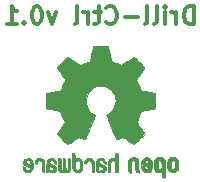
<source format=gbr>
%TF.GenerationSoftware,KiCad,Pcbnew,5.1.6*%
%TF.CreationDate,2020-07-08T21:20:25+02:00*%
%TF.ProjectId,mainboard,6d61696e-626f-4617-9264-2e6b69636164,rev?*%
%TF.SameCoordinates,Original*%
%TF.FileFunction,Legend,Bot*%
%TF.FilePolarity,Positive*%
%FSLAX46Y46*%
G04 Gerber Fmt 4.6, Leading zero omitted, Abs format (unit mm)*
G04 Created by KiCad (PCBNEW 5.1.6) date 2020-07-08 21:20:25*
%MOMM*%
%LPD*%
G01*
G04 APERTURE LIST*
%ADD10C,0.300000*%
%ADD11C,0.010000*%
G04 APERTURE END LIST*
D10*
X106792857Y-82578571D02*
X106792857Y-81078571D01*
X106435714Y-81078571D01*
X106221428Y-81150000D01*
X106078571Y-81292857D01*
X106007142Y-81435714D01*
X105935714Y-81721428D01*
X105935714Y-81935714D01*
X106007142Y-82221428D01*
X106078571Y-82364285D01*
X106221428Y-82507142D01*
X106435714Y-82578571D01*
X106792857Y-82578571D01*
X105292857Y-82578571D02*
X105292857Y-81578571D01*
X105292857Y-81864285D02*
X105221428Y-81721428D01*
X105150000Y-81650000D01*
X105007142Y-81578571D01*
X104864285Y-81578571D01*
X104364285Y-82578571D02*
X104364285Y-81578571D01*
X104364285Y-81078571D02*
X104435714Y-81150000D01*
X104364285Y-81221428D01*
X104292857Y-81150000D01*
X104364285Y-81078571D01*
X104364285Y-81221428D01*
X103435714Y-82578571D02*
X103578571Y-82507142D01*
X103650000Y-82364285D01*
X103650000Y-81078571D01*
X102650000Y-82578571D02*
X102792857Y-82507142D01*
X102864285Y-82364285D01*
X102864285Y-81078571D01*
X102078571Y-82007142D02*
X100935714Y-82007142D01*
X99364285Y-82435714D02*
X99435714Y-82507142D01*
X99650000Y-82578571D01*
X99792857Y-82578571D01*
X100007142Y-82507142D01*
X100150000Y-82364285D01*
X100221428Y-82221428D01*
X100292857Y-81935714D01*
X100292857Y-81721428D01*
X100221428Y-81435714D01*
X100150000Y-81292857D01*
X100007142Y-81150000D01*
X99792857Y-81078571D01*
X99650000Y-81078571D01*
X99435714Y-81150000D01*
X99364285Y-81221428D01*
X98935714Y-81578571D02*
X98364285Y-81578571D01*
X98721428Y-81078571D02*
X98721428Y-82364285D01*
X98650000Y-82507142D01*
X98507142Y-82578571D01*
X98364285Y-82578571D01*
X97864285Y-82578571D02*
X97864285Y-81578571D01*
X97864285Y-81864285D02*
X97792857Y-81721428D01*
X97721428Y-81650000D01*
X97578571Y-81578571D01*
X97435714Y-81578571D01*
X96721428Y-82578571D02*
X96864285Y-82507142D01*
X96935714Y-82364285D01*
X96935714Y-81078571D01*
X95150000Y-81578571D02*
X94792857Y-82578571D01*
X94435714Y-81578571D01*
X93578571Y-81078571D02*
X93435714Y-81078571D01*
X93292857Y-81150000D01*
X93221428Y-81221428D01*
X93150000Y-81364285D01*
X93078571Y-81650000D01*
X93078571Y-82007142D01*
X93150000Y-82292857D01*
X93221428Y-82435714D01*
X93292857Y-82507142D01*
X93435714Y-82578571D01*
X93578571Y-82578571D01*
X93721428Y-82507142D01*
X93792857Y-82435714D01*
X93864285Y-82292857D01*
X93935714Y-82007142D01*
X93935714Y-81650000D01*
X93864285Y-81364285D01*
X93792857Y-81221428D01*
X93721428Y-81150000D01*
X93578571Y-81078571D01*
X92435714Y-82435714D02*
X92364285Y-82507142D01*
X92435714Y-82578571D01*
X92507142Y-82507142D01*
X92435714Y-82435714D01*
X92435714Y-82578571D01*
X90935714Y-82578571D02*
X91792857Y-82578571D01*
X91364285Y-82578571D02*
X91364285Y-81078571D01*
X91507142Y-81292857D01*
X91650000Y-81435714D01*
X91792857Y-81507142D01*
D11*
%TO.C,REF\u002A\u002A*%
G36*
X98690986Y-84452998D02*
G01*
X98532994Y-84453863D01*
X98418653Y-84456205D01*
X98340593Y-84460762D01*
X98291446Y-84468270D01*
X98263841Y-84479466D01*
X98250408Y-84495088D01*
X98243779Y-84515873D01*
X98243135Y-84518563D01*
X98233065Y-84567113D01*
X98214425Y-84662905D01*
X98189155Y-84795743D01*
X98159193Y-84955431D01*
X98126478Y-85131774D01*
X98125336Y-85137967D01*
X98092567Y-85310782D01*
X98061907Y-85463469D01*
X98035336Y-85586871D01*
X98014833Y-85671831D01*
X98002374Y-85709190D01*
X98001780Y-85709852D01*
X97965081Y-85728095D01*
X97889414Y-85758497D01*
X97791122Y-85794493D01*
X97790575Y-85794685D01*
X97666767Y-85841222D01*
X97520804Y-85900504D01*
X97383219Y-85960109D01*
X97376707Y-85963056D01*
X97152610Y-86064765D01*
X96656381Y-85725897D01*
X96504154Y-85622592D01*
X96366259Y-85530237D01*
X96250685Y-85454084D01*
X96165421Y-85399385D01*
X96118456Y-85371393D01*
X96113996Y-85369317D01*
X96079866Y-85378560D01*
X96016119Y-85423156D01*
X95920269Y-85505209D01*
X95789831Y-85626821D01*
X95656672Y-85756205D01*
X95528306Y-85883702D01*
X95413419Y-86000046D01*
X95318927Y-86098052D01*
X95251747Y-86170536D01*
X95218794Y-86210313D01*
X95217568Y-86212361D01*
X95213926Y-86239656D01*
X95227650Y-86284234D01*
X95262131Y-86352112D01*
X95320761Y-86449311D01*
X95406930Y-86581851D01*
X95521800Y-86752476D01*
X95623746Y-86902655D01*
X95714877Y-87037350D01*
X95789927Y-87148740D01*
X95843631Y-87229005D01*
X95870720Y-87270325D01*
X95872426Y-87273130D01*
X95869118Y-87312721D01*
X95844047Y-87389669D01*
X95802202Y-87489432D01*
X95787288Y-87521291D01*
X95722214Y-87663226D01*
X95652788Y-87824273D01*
X95596391Y-87963621D01*
X95555753Y-88067044D01*
X95523474Y-88145642D01*
X95504822Y-88186720D01*
X95502503Y-88189885D01*
X95468197Y-88195128D01*
X95387331Y-88209494D01*
X95270657Y-88230937D01*
X95128925Y-88257413D01*
X94972890Y-88286877D01*
X94813302Y-88317283D01*
X94660915Y-88346588D01*
X94526479Y-88372745D01*
X94420748Y-88393710D01*
X94354474Y-88407439D01*
X94338218Y-88411320D01*
X94321427Y-88420900D01*
X94308751Y-88442536D01*
X94299622Y-88483531D01*
X94293469Y-88551189D01*
X94289720Y-88652812D01*
X94287808Y-88795703D01*
X94287160Y-88987165D01*
X94287126Y-89065645D01*
X94287126Y-89703906D01*
X94440402Y-89734160D01*
X94525678Y-89750564D01*
X94652930Y-89774509D01*
X94806685Y-89803107D01*
X94971466Y-89833467D01*
X95017011Y-89841806D01*
X95169068Y-89871370D01*
X95301532Y-89900442D01*
X95403286Y-89926329D01*
X95463212Y-89946337D01*
X95473195Y-89952301D01*
X95497707Y-89994534D01*
X95532852Y-90076370D01*
X95571827Y-90181683D01*
X95579558Y-90204368D01*
X95630640Y-90345018D01*
X95694046Y-90503714D01*
X95756096Y-90646225D01*
X95756402Y-90646886D01*
X95859733Y-90870440D01*
X95180039Y-91870232D01*
X95616379Y-92307300D01*
X95748351Y-92437381D01*
X95868721Y-92552048D01*
X95970727Y-92645181D01*
X96047609Y-92710658D01*
X96092607Y-92742357D01*
X96099062Y-92744368D01*
X96136960Y-92728529D01*
X96214292Y-92684496D01*
X96322611Y-92617490D01*
X96453468Y-92532734D01*
X96594948Y-92437816D01*
X96738539Y-92340998D01*
X96866565Y-92256751D01*
X96970895Y-92190258D01*
X97043400Y-92146702D01*
X97075842Y-92131264D01*
X97115424Y-92144328D01*
X97190481Y-92178750D01*
X97285532Y-92227380D01*
X97295608Y-92232785D01*
X97423609Y-92296980D01*
X97511382Y-92328463D01*
X97565972Y-92328798D01*
X97594425Y-92299548D01*
X97594590Y-92299138D01*
X97608812Y-92264498D01*
X97642731Y-92182269D01*
X97693716Y-92058814D01*
X97759138Y-91900498D01*
X97836366Y-91713686D01*
X97922771Y-91504742D01*
X98006449Y-91302446D01*
X98098412Y-91079200D01*
X98182850Y-90872392D01*
X98257231Y-90688362D01*
X98319026Y-90533451D01*
X98365703Y-90413996D01*
X98394732Y-90336339D01*
X98403678Y-90307356D01*
X98381244Y-90274110D01*
X98322561Y-90221123D01*
X98244311Y-90162704D01*
X98021466Y-89977952D01*
X97847282Y-89766182D01*
X97723846Y-89531856D01*
X97653246Y-89279434D01*
X97637569Y-89013377D01*
X97648964Y-88890575D01*
X97711050Y-88635793D01*
X97817977Y-88410801D01*
X97963111Y-88217817D01*
X98139822Y-88059061D01*
X98341478Y-87936750D01*
X98561446Y-87853105D01*
X98793094Y-87810344D01*
X99029791Y-87810687D01*
X99264905Y-87856352D01*
X99491804Y-87949559D01*
X99703856Y-88092527D01*
X99792364Y-88173383D01*
X99962111Y-88381007D01*
X100080301Y-88607895D01*
X100147722Y-88847433D01*
X100165160Y-89093007D01*
X100133402Y-89338003D01*
X100053235Y-89575808D01*
X99925445Y-89799807D01*
X99750820Y-90003387D01*
X99555688Y-90162704D01*
X99474409Y-90223602D01*
X99416991Y-90276015D01*
X99396322Y-90307406D01*
X99407144Y-90341639D01*
X99437923Y-90423419D01*
X99486126Y-90546407D01*
X99549222Y-90704263D01*
X99624678Y-90890649D01*
X99709962Y-91099226D01*
X99793781Y-91302496D01*
X99886255Y-91525933D01*
X99971911Y-91732984D01*
X100048118Y-91917286D01*
X100112247Y-92072475D01*
X100161668Y-92192188D01*
X100193752Y-92270061D01*
X100205641Y-92299138D01*
X100233726Y-92328677D01*
X100288051Y-92328591D01*
X100375605Y-92297326D01*
X100503381Y-92233329D01*
X100504392Y-92232785D01*
X100600598Y-92183121D01*
X100678369Y-92146945D01*
X100722223Y-92131408D01*
X100724158Y-92131264D01*
X100757171Y-92147024D01*
X100830054Y-92190850D01*
X100934678Y-92257557D01*
X101062910Y-92341964D01*
X101205052Y-92437816D01*
X101349767Y-92534867D01*
X101480196Y-92619270D01*
X101587890Y-92685801D01*
X101664402Y-92729238D01*
X101700938Y-92744368D01*
X101734582Y-92724482D01*
X101802224Y-92668903D01*
X101897107Y-92583754D01*
X102012470Y-92475153D01*
X102141555Y-92349221D01*
X102183771Y-92307149D01*
X102620261Y-91869931D01*
X102288023Y-91382340D01*
X102187054Y-91232605D01*
X102098438Y-91098220D01*
X102027146Y-90986969D01*
X101978150Y-90906639D01*
X101956422Y-90865014D01*
X101955785Y-90862053D01*
X101967240Y-90822818D01*
X101998051Y-90743895D01*
X102042884Y-90638509D01*
X102074353Y-90567954D01*
X102133192Y-90432876D01*
X102188604Y-90296409D01*
X102231564Y-90181103D01*
X102243234Y-90145977D01*
X102276389Y-90052174D01*
X102308799Y-89979694D01*
X102326601Y-89952301D01*
X102365886Y-89935536D01*
X102451626Y-89911770D01*
X102572697Y-89883697D01*
X102717973Y-89854009D01*
X102782988Y-89841806D01*
X102948087Y-89811468D01*
X103106448Y-89782093D01*
X103242596Y-89756569D01*
X103341057Y-89737785D01*
X103359598Y-89734160D01*
X103512873Y-89703906D01*
X103512873Y-89065645D01*
X103512529Y-88855770D01*
X103511116Y-88696980D01*
X103508064Y-88581973D01*
X103502803Y-88503446D01*
X103494763Y-88454096D01*
X103483373Y-88426619D01*
X103468063Y-88413713D01*
X103461782Y-88411320D01*
X103423896Y-88402833D01*
X103340195Y-88385900D01*
X103221433Y-88362566D01*
X103078361Y-88334875D01*
X102921732Y-88304873D01*
X102762297Y-88274604D01*
X102610809Y-88246115D01*
X102478019Y-88221449D01*
X102374681Y-88202651D01*
X102311545Y-88191767D01*
X102297497Y-88189885D01*
X102284770Y-88164704D01*
X102256600Y-88097622D01*
X102218252Y-88001333D01*
X102203609Y-87963621D01*
X102144548Y-87817921D01*
X102075000Y-87656951D01*
X102012712Y-87521291D01*
X101966879Y-87417561D01*
X101936387Y-87332326D01*
X101926208Y-87280126D01*
X101927831Y-87273130D01*
X101949343Y-87240102D01*
X101998465Y-87166643D01*
X102069923Y-87060577D01*
X102158445Y-86929726D01*
X102258759Y-86781912D01*
X102278594Y-86752734D01*
X102394988Y-86579863D01*
X102480548Y-86448226D01*
X102538684Y-86351761D01*
X102572808Y-86284408D01*
X102586331Y-86240106D01*
X102582664Y-86212794D01*
X102582570Y-86212620D01*
X102553707Y-86176746D01*
X102489867Y-86107391D01*
X102397969Y-86011745D01*
X102284933Y-85896999D01*
X102157679Y-85770341D01*
X102143328Y-85756205D01*
X101982957Y-85600903D01*
X101859195Y-85486870D01*
X101769555Y-85412002D01*
X101711552Y-85374196D01*
X101686004Y-85369317D01*
X101648718Y-85390603D01*
X101571343Y-85439773D01*
X101461867Y-85511575D01*
X101328280Y-85600755D01*
X101178570Y-85702063D01*
X101143618Y-85725897D01*
X100647390Y-86064765D01*
X100423293Y-85963056D01*
X100287011Y-85903783D01*
X100140724Y-85844170D01*
X100014965Y-85796640D01*
X100009425Y-85794685D01*
X99911057Y-85758677D01*
X99835229Y-85728229D01*
X99798282Y-85709905D01*
X99798220Y-85709852D01*
X99786496Y-85676729D01*
X99766568Y-85595267D01*
X99740413Y-85474625D01*
X99710010Y-85323959D01*
X99677337Y-85152428D01*
X99674664Y-85137967D01*
X99641890Y-84961235D01*
X99611802Y-84800810D01*
X99586339Y-84666888D01*
X99567441Y-84569663D01*
X99557047Y-84519332D01*
X99556865Y-84518563D01*
X99550539Y-84497153D01*
X99538239Y-84480988D01*
X99512594Y-84469331D01*
X99466235Y-84461445D01*
X99391792Y-84456593D01*
X99281895Y-84454039D01*
X99129175Y-84453045D01*
X98926262Y-84452874D01*
X98900000Y-84452874D01*
X98690986Y-84452998D01*
G37*
X98690986Y-84452998D02*
X98532994Y-84453863D01*
X98418653Y-84456205D01*
X98340593Y-84460762D01*
X98291446Y-84468270D01*
X98263841Y-84479466D01*
X98250408Y-84495088D01*
X98243779Y-84515873D01*
X98243135Y-84518563D01*
X98233065Y-84567113D01*
X98214425Y-84662905D01*
X98189155Y-84795743D01*
X98159193Y-84955431D01*
X98126478Y-85131774D01*
X98125336Y-85137967D01*
X98092567Y-85310782D01*
X98061907Y-85463469D01*
X98035336Y-85586871D01*
X98014833Y-85671831D01*
X98002374Y-85709190D01*
X98001780Y-85709852D01*
X97965081Y-85728095D01*
X97889414Y-85758497D01*
X97791122Y-85794493D01*
X97790575Y-85794685D01*
X97666767Y-85841222D01*
X97520804Y-85900504D01*
X97383219Y-85960109D01*
X97376707Y-85963056D01*
X97152610Y-86064765D01*
X96656381Y-85725897D01*
X96504154Y-85622592D01*
X96366259Y-85530237D01*
X96250685Y-85454084D01*
X96165421Y-85399385D01*
X96118456Y-85371393D01*
X96113996Y-85369317D01*
X96079866Y-85378560D01*
X96016119Y-85423156D01*
X95920269Y-85505209D01*
X95789831Y-85626821D01*
X95656672Y-85756205D01*
X95528306Y-85883702D01*
X95413419Y-86000046D01*
X95318927Y-86098052D01*
X95251747Y-86170536D01*
X95218794Y-86210313D01*
X95217568Y-86212361D01*
X95213926Y-86239656D01*
X95227650Y-86284234D01*
X95262131Y-86352112D01*
X95320761Y-86449311D01*
X95406930Y-86581851D01*
X95521800Y-86752476D01*
X95623746Y-86902655D01*
X95714877Y-87037350D01*
X95789927Y-87148740D01*
X95843631Y-87229005D01*
X95870720Y-87270325D01*
X95872426Y-87273130D01*
X95869118Y-87312721D01*
X95844047Y-87389669D01*
X95802202Y-87489432D01*
X95787288Y-87521291D01*
X95722214Y-87663226D01*
X95652788Y-87824273D01*
X95596391Y-87963621D01*
X95555753Y-88067044D01*
X95523474Y-88145642D01*
X95504822Y-88186720D01*
X95502503Y-88189885D01*
X95468197Y-88195128D01*
X95387331Y-88209494D01*
X95270657Y-88230937D01*
X95128925Y-88257413D01*
X94972890Y-88286877D01*
X94813302Y-88317283D01*
X94660915Y-88346588D01*
X94526479Y-88372745D01*
X94420748Y-88393710D01*
X94354474Y-88407439D01*
X94338218Y-88411320D01*
X94321427Y-88420900D01*
X94308751Y-88442536D01*
X94299622Y-88483531D01*
X94293469Y-88551189D01*
X94289720Y-88652812D01*
X94287808Y-88795703D01*
X94287160Y-88987165D01*
X94287126Y-89065645D01*
X94287126Y-89703906D01*
X94440402Y-89734160D01*
X94525678Y-89750564D01*
X94652930Y-89774509D01*
X94806685Y-89803107D01*
X94971466Y-89833467D01*
X95017011Y-89841806D01*
X95169068Y-89871370D01*
X95301532Y-89900442D01*
X95403286Y-89926329D01*
X95463212Y-89946337D01*
X95473195Y-89952301D01*
X95497707Y-89994534D01*
X95532852Y-90076370D01*
X95571827Y-90181683D01*
X95579558Y-90204368D01*
X95630640Y-90345018D01*
X95694046Y-90503714D01*
X95756096Y-90646225D01*
X95756402Y-90646886D01*
X95859733Y-90870440D01*
X95180039Y-91870232D01*
X95616379Y-92307300D01*
X95748351Y-92437381D01*
X95868721Y-92552048D01*
X95970727Y-92645181D01*
X96047609Y-92710658D01*
X96092607Y-92742357D01*
X96099062Y-92744368D01*
X96136960Y-92728529D01*
X96214292Y-92684496D01*
X96322611Y-92617490D01*
X96453468Y-92532734D01*
X96594948Y-92437816D01*
X96738539Y-92340998D01*
X96866565Y-92256751D01*
X96970895Y-92190258D01*
X97043400Y-92146702D01*
X97075842Y-92131264D01*
X97115424Y-92144328D01*
X97190481Y-92178750D01*
X97285532Y-92227380D01*
X97295608Y-92232785D01*
X97423609Y-92296980D01*
X97511382Y-92328463D01*
X97565972Y-92328798D01*
X97594425Y-92299548D01*
X97594590Y-92299138D01*
X97608812Y-92264498D01*
X97642731Y-92182269D01*
X97693716Y-92058814D01*
X97759138Y-91900498D01*
X97836366Y-91713686D01*
X97922771Y-91504742D01*
X98006449Y-91302446D01*
X98098412Y-91079200D01*
X98182850Y-90872392D01*
X98257231Y-90688362D01*
X98319026Y-90533451D01*
X98365703Y-90413996D01*
X98394732Y-90336339D01*
X98403678Y-90307356D01*
X98381244Y-90274110D01*
X98322561Y-90221123D01*
X98244311Y-90162704D01*
X98021466Y-89977952D01*
X97847282Y-89766182D01*
X97723846Y-89531856D01*
X97653246Y-89279434D01*
X97637569Y-89013377D01*
X97648964Y-88890575D01*
X97711050Y-88635793D01*
X97817977Y-88410801D01*
X97963111Y-88217817D01*
X98139822Y-88059061D01*
X98341478Y-87936750D01*
X98561446Y-87853105D01*
X98793094Y-87810344D01*
X99029791Y-87810687D01*
X99264905Y-87856352D01*
X99491804Y-87949559D01*
X99703856Y-88092527D01*
X99792364Y-88173383D01*
X99962111Y-88381007D01*
X100080301Y-88607895D01*
X100147722Y-88847433D01*
X100165160Y-89093007D01*
X100133402Y-89338003D01*
X100053235Y-89575808D01*
X99925445Y-89799807D01*
X99750820Y-90003387D01*
X99555688Y-90162704D01*
X99474409Y-90223602D01*
X99416991Y-90276015D01*
X99396322Y-90307406D01*
X99407144Y-90341639D01*
X99437923Y-90423419D01*
X99486126Y-90546407D01*
X99549222Y-90704263D01*
X99624678Y-90890649D01*
X99709962Y-91099226D01*
X99793781Y-91302496D01*
X99886255Y-91525933D01*
X99971911Y-91732984D01*
X100048118Y-91917286D01*
X100112247Y-92072475D01*
X100161668Y-92192188D01*
X100193752Y-92270061D01*
X100205641Y-92299138D01*
X100233726Y-92328677D01*
X100288051Y-92328591D01*
X100375605Y-92297326D01*
X100503381Y-92233329D01*
X100504392Y-92232785D01*
X100600598Y-92183121D01*
X100678369Y-92146945D01*
X100722223Y-92131408D01*
X100724158Y-92131264D01*
X100757171Y-92147024D01*
X100830054Y-92190850D01*
X100934678Y-92257557D01*
X101062910Y-92341964D01*
X101205052Y-92437816D01*
X101349767Y-92534867D01*
X101480196Y-92619270D01*
X101587890Y-92685801D01*
X101664402Y-92729238D01*
X101700938Y-92744368D01*
X101734582Y-92724482D01*
X101802224Y-92668903D01*
X101897107Y-92583754D01*
X102012470Y-92475153D01*
X102141555Y-92349221D01*
X102183771Y-92307149D01*
X102620261Y-91869931D01*
X102288023Y-91382340D01*
X102187054Y-91232605D01*
X102098438Y-91098220D01*
X102027146Y-90986969D01*
X101978150Y-90906639D01*
X101956422Y-90865014D01*
X101955785Y-90862053D01*
X101967240Y-90822818D01*
X101998051Y-90743895D01*
X102042884Y-90638509D01*
X102074353Y-90567954D01*
X102133192Y-90432876D01*
X102188604Y-90296409D01*
X102231564Y-90181103D01*
X102243234Y-90145977D01*
X102276389Y-90052174D01*
X102308799Y-89979694D01*
X102326601Y-89952301D01*
X102365886Y-89935536D01*
X102451626Y-89911770D01*
X102572697Y-89883697D01*
X102717973Y-89854009D01*
X102782988Y-89841806D01*
X102948087Y-89811468D01*
X103106448Y-89782093D01*
X103242596Y-89756569D01*
X103341057Y-89737785D01*
X103359598Y-89734160D01*
X103512873Y-89703906D01*
X103512873Y-89065645D01*
X103512529Y-88855770D01*
X103511116Y-88696980D01*
X103508064Y-88581973D01*
X103502803Y-88503446D01*
X103494763Y-88454096D01*
X103483373Y-88426619D01*
X103468063Y-88413713D01*
X103461782Y-88411320D01*
X103423896Y-88402833D01*
X103340195Y-88385900D01*
X103221433Y-88362566D01*
X103078361Y-88334875D01*
X102921732Y-88304873D01*
X102762297Y-88274604D01*
X102610809Y-88246115D01*
X102478019Y-88221449D01*
X102374681Y-88202651D01*
X102311545Y-88191767D01*
X102297497Y-88189885D01*
X102284770Y-88164704D01*
X102256600Y-88097622D01*
X102218252Y-88001333D01*
X102203609Y-87963621D01*
X102144548Y-87817921D01*
X102075000Y-87656951D01*
X102012712Y-87521291D01*
X101966879Y-87417561D01*
X101936387Y-87332326D01*
X101926208Y-87280126D01*
X101927831Y-87273130D01*
X101949343Y-87240102D01*
X101998465Y-87166643D01*
X102069923Y-87060577D01*
X102158445Y-86929726D01*
X102258759Y-86781912D01*
X102278594Y-86752734D01*
X102394988Y-86579863D01*
X102480548Y-86448226D01*
X102538684Y-86351761D01*
X102572808Y-86284408D01*
X102586331Y-86240106D01*
X102582664Y-86212794D01*
X102582570Y-86212620D01*
X102553707Y-86176746D01*
X102489867Y-86107391D01*
X102397969Y-86011745D01*
X102284933Y-85896999D01*
X102157679Y-85770341D01*
X102143328Y-85756205D01*
X101982957Y-85600903D01*
X101859195Y-85486870D01*
X101769555Y-85412002D01*
X101711552Y-85374196D01*
X101686004Y-85369317D01*
X101648718Y-85390603D01*
X101571343Y-85439773D01*
X101461867Y-85511575D01*
X101328280Y-85600755D01*
X101178570Y-85702063D01*
X101143618Y-85725897D01*
X100647390Y-86064765D01*
X100423293Y-85963056D01*
X100287011Y-85903783D01*
X100140724Y-85844170D01*
X100014965Y-85796640D01*
X100009425Y-85794685D01*
X99911057Y-85758677D01*
X99835229Y-85728229D01*
X99798282Y-85709905D01*
X99798220Y-85709852D01*
X99786496Y-85676729D01*
X99766568Y-85595267D01*
X99740413Y-85474625D01*
X99710010Y-85323959D01*
X99677337Y-85152428D01*
X99674664Y-85137967D01*
X99641890Y-84961235D01*
X99611802Y-84800810D01*
X99586339Y-84666888D01*
X99567441Y-84569663D01*
X99557047Y-84519332D01*
X99556865Y-84518563D01*
X99550539Y-84497153D01*
X99538239Y-84480988D01*
X99512594Y-84469331D01*
X99466235Y-84461445D01*
X99391792Y-84456593D01*
X99281895Y-84454039D01*
X99129175Y-84453045D01*
X98926262Y-84452874D01*
X98900000Y-84452874D01*
X98690986Y-84452998D01*
G36*
X92556561Y-93956540D02*
G01*
X92441050Y-94032034D01*
X92385336Y-94099617D01*
X92341196Y-94222255D01*
X92337691Y-94319298D01*
X92345632Y-94449056D01*
X92644885Y-94580039D01*
X92790389Y-94646958D01*
X92885463Y-94700790D01*
X92934899Y-94747416D01*
X92943489Y-94792720D01*
X92916028Y-94842582D01*
X92885747Y-94875632D01*
X92797637Y-94928633D01*
X92701804Y-94932347D01*
X92613788Y-94891041D01*
X92549131Y-94808983D01*
X92537567Y-94780008D01*
X92482175Y-94689509D01*
X92418447Y-94650940D01*
X92331034Y-94617946D01*
X92331034Y-94743034D01*
X92338762Y-94828156D01*
X92369034Y-94899938D01*
X92432482Y-94982356D01*
X92441912Y-94993066D01*
X92512487Y-95066391D01*
X92573153Y-95105742D01*
X92649050Y-95123845D01*
X92711970Y-95129774D01*
X92824513Y-95131251D01*
X92904630Y-95112535D01*
X92954610Y-95084747D01*
X93033162Y-95023641D01*
X93087537Y-94957554D01*
X93121948Y-94874441D01*
X93140612Y-94762254D01*
X93147744Y-94608946D01*
X93148313Y-94531136D01*
X93146378Y-94437853D01*
X92970101Y-94437853D01*
X92968056Y-94487896D01*
X92962961Y-94496092D01*
X92929334Y-94484958D01*
X92856970Y-94455493D01*
X92760253Y-94413601D01*
X92740027Y-94404597D01*
X92617797Y-94342442D01*
X92550453Y-94287815D01*
X92535652Y-94236649D01*
X92571053Y-94184876D01*
X92600289Y-94162000D01*
X92705784Y-94116250D01*
X92804524Y-94123808D01*
X92887188Y-94179651D01*
X92944452Y-94278753D01*
X92962812Y-94357414D01*
X92970101Y-94437853D01*
X93146378Y-94437853D01*
X93144541Y-94349351D01*
X93130641Y-94214853D01*
X93103106Y-94116916D01*
X93058428Y-94044811D01*
X92993099Y-93987813D01*
X92964617Y-93969393D01*
X92835237Y-93921422D01*
X92693588Y-93918403D01*
X92556561Y-93956540D01*
G37*
X92556561Y-93956540D02*
X92441050Y-94032034D01*
X92385336Y-94099617D01*
X92341196Y-94222255D01*
X92337691Y-94319298D01*
X92345632Y-94449056D01*
X92644885Y-94580039D01*
X92790389Y-94646958D01*
X92885463Y-94700790D01*
X92934899Y-94747416D01*
X92943489Y-94792720D01*
X92916028Y-94842582D01*
X92885747Y-94875632D01*
X92797637Y-94928633D01*
X92701804Y-94932347D01*
X92613788Y-94891041D01*
X92549131Y-94808983D01*
X92537567Y-94780008D01*
X92482175Y-94689509D01*
X92418447Y-94650940D01*
X92331034Y-94617946D01*
X92331034Y-94743034D01*
X92338762Y-94828156D01*
X92369034Y-94899938D01*
X92432482Y-94982356D01*
X92441912Y-94993066D01*
X92512487Y-95066391D01*
X92573153Y-95105742D01*
X92649050Y-95123845D01*
X92711970Y-95129774D01*
X92824513Y-95131251D01*
X92904630Y-95112535D01*
X92954610Y-95084747D01*
X93033162Y-95023641D01*
X93087537Y-94957554D01*
X93121948Y-94874441D01*
X93140612Y-94762254D01*
X93147744Y-94608946D01*
X93148313Y-94531136D01*
X93146378Y-94437853D01*
X92970101Y-94437853D01*
X92968056Y-94487896D01*
X92962961Y-94496092D01*
X92929334Y-94484958D01*
X92856970Y-94455493D01*
X92760253Y-94413601D01*
X92740027Y-94404597D01*
X92617797Y-94342442D01*
X92550453Y-94287815D01*
X92535652Y-94236649D01*
X92571053Y-94184876D01*
X92600289Y-94162000D01*
X92705784Y-94116250D01*
X92804524Y-94123808D01*
X92887188Y-94179651D01*
X92944452Y-94278753D01*
X92962812Y-94357414D01*
X92970101Y-94437853D01*
X93146378Y-94437853D01*
X93144541Y-94349351D01*
X93130641Y-94214853D01*
X93103106Y-94116916D01*
X93058428Y-94044811D01*
X92993099Y-93987813D01*
X92964617Y-93969393D01*
X92835237Y-93921422D01*
X92693588Y-93918403D01*
X92556561Y-93956540D01*
G36*
X93564310Y-93940018D02*
G01*
X93529415Y-93955269D01*
X93446123Y-94021235D01*
X93374897Y-94116618D01*
X93330847Y-94218406D01*
X93323678Y-94268587D01*
X93347715Y-94338647D01*
X93400439Y-94375717D01*
X93456969Y-94398164D01*
X93482854Y-94402300D01*
X93495458Y-94372283D01*
X93520346Y-94306961D01*
X93531265Y-94277445D01*
X93592492Y-94175348D01*
X93681139Y-94124423D01*
X93794807Y-94125989D01*
X93803226Y-94127994D01*
X93863912Y-94156767D01*
X93908526Y-94212859D01*
X93938998Y-94303163D01*
X93957256Y-94434571D01*
X93965229Y-94613974D01*
X93965977Y-94709433D01*
X93966348Y-94859913D01*
X93968777Y-94962495D01*
X93975240Y-95027672D01*
X93987712Y-95065938D01*
X94008167Y-95087785D01*
X94038581Y-95103707D01*
X94040339Y-95104509D01*
X94098909Y-95129272D01*
X94127925Y-95138391D01*
X94132384Y-95110822D01*
X94136201Y-95034620D01*
X94139101Y-94919541D01*
X94140809Y-94775341D01*
X94141149Y-94669814D01*
X94139412Y-94465613D01*
X94132618Y-94310697D01*
X94118393Y-94196024D01*
X94094362Y-94112551D01*
X94058152Y-94051236D01*
X94007388Y-94003034D01*
X93957261Y-93969393D01*
X93836725Y-93924619D01*
X93696443Y-93914521D01*
X93564310Y-93940018D01*
G37*
X93564310Y-93940018D02*
X93529415Y-93955269D01*
X93446123Y-94021235D01*
X93374897Y-94116618D01*
X93330847Y-94218406D01*
X93323678Y-94268587D01*
X93347715Y-94338647D01*
X93400439Y-94375717D01*
X93456969Y-94398164D01*
X93482854Y-94402300D01*
X93495458Y-94372283D01*
X93520346Y-94306961D01*
X93531265Y-94277445D01*
X93592492Y-94175348D01*
X93681139Y-94124423D01*
X93794807Y-94125989D01*
X93803226Y-94127994D01*
X93863912Y-94156767D01*
X93908526Y-94212859D01*
X93938998Y-94303163D01*
X93957256Y-94434571D01*
X93965229Y-94613974D01*
X93965977Y-94709433D01*
X93966348Y-94859913D01*
X93968777Y-94962495D01*
X93975240Y-95027672D01*
X93987712Y-95065938D01*
X94008167Y-95087785D01*
X94038581Y-95103707D01*
X94040339Y-95104509D01*
X94098909Y-95129272D01*
X94127925Y-95138391D01*
X94132384Y-95110822D01*
X94136201Y-95034620D01*
X94139101Y-94919541D01*
X94140809Y-94775341D01*
X94141149Y-94669814D01*
X94139412Y-94465613D01*
X94132618Y-94310697D01*
X94118393Y-94196024D01*
X94094362Y-94112551D01*
X94058152Y-94051236D01*
X94007388Y-94003034D01*
X93957261Y-93969393D01*
X93836725Y-93924619D01*
X93696443Y-93914521D01*
X93564310Y-93940018D01*
G36*
X94585594Y-93935156D02*
G01*
X94501531Y-93973393D01*
X94435550Y-94019726D01*
X94387206Y-94071532D01*
X94353828Y-94138363D01*
X94332747Y-94229769D01*
X94321293Y-94355301D01*
X94316797Y-94524508D01*
X94316322Y-94635933D01*
X94316322Y-95070627D01*
X94390684Y-95104509D01*
X94449254Y-95129272D01*
X94478270Y-95138391D01*
X94483821Y-95111257D01*
X94488225Y-95038094D01*
X94490922Y-94931263D01*
X94491494Y-94846437D01*
X94493954Y-94723887D01*
X94500588Y-94626668D01*
X94510274Y-94567134D01*
X94517968Y-94554483D01*
X94569689Y-94567402D01*
X94650883Y-94600539D01*
X94744898Y-94645461D01*
X94835083Y-94693735D01*
X94904785Y-94736928D01*
X94937352Y-94766608D01*
X94937481Y-94766929D01*
X94934680Y-94821857D01*
X94909561Y-94874292D01*
X94865459Y-94916881D01*
X94801091Y-94931126D01*
X94746079Y-94929466D01*
X94668165Y-94928245D01*
X94627268Y-94946498D01*
X94602705Y-94994726D01*
X94599608Y-95003820D01*
X94588960Y-95072598D01*
X94617435Y-95114360D01*
X94691656Y-95134263D01*
X94771832Y-95137944D01*
X94916110Y-95110658D01*
X94990797Y-95071690D01*
X95083037Y-94980148D01*
X95131957Y-94867782D01*
X95136346Y-94749051D01*
X95094999Y-94638411D01*
X95032803Y-94569080D01*
X94970706Y-94530265D01*
X94873105Y-94481125D01*
X94759368Y-94431292D01*
X94740410Y-94423677D01*
X94615479Y-94368545D01*
X94543461Y-94319954D01*
X94520300Y-94271647D01*
X94541936Y-94217370D01*
X94579080Y-94174943D01*
X94666873Y-94122702D01*
X94763470Y-94118784D01*
X94852056Y-94159041D01*
X94915814Y-94239326D01*
X94924183Y-94260040D01*
X94972904Y-94336225D01*
X95044035Y-94392785D01*
X95133793Y-94439201D01*
X95133793Y-94307584D01*
X95128510Y-94227168D01*
X95105858Y-94163786D01*
X95055633Y-94096163D01*
X95007418Y-94044076D01*
X94932446Y-93970322D01*
X94874194Y-93930702D01*
X94811628Y-93914810D01*
X94740807Y-93912184D01*
X94585594Y-93935156D01*
G37*
X94585594Y-93935156D02*
X94501531Y-93973393D01*
X94435550Y-94019726D01*
X94387206Y-94071532D01*
X94353828Y-94138363D01*
X94332747Y-94229769D01*
X94321293Y-94355301D01*
X94316797Y-94524508D01*
X94316322Y-94635933D01*
X94316322Y-95070627D01*
X94390684Y-95104509D01*
X94449254Y-95129272D01*
X94478270Y-95138391D01*
X94483821Y-95111257D01*
X94488225Y-95038094D01*
X94490922Y-94931263D01*
X94491494Y-94846437D01*
X94493954Y-94723887D01*
X94500588Y-94626668D01*
X94510274Y-94567134D01*
X94517968Y-94554483D01*
X94569689Y-94567402D01*
X94650883Y-94600539D01*
X94744898Y-94645461D01*
X94835083Y-94693735D01*
X94904785Y-94736928D01*
X94937352Y-94766608D01*
X94937481Y-94766929D01*
X94934680Y-94821857D01*
X94909561Y-94874292D01*
X94865459Y-94916881D01*
X94801091Y-94931126D01*
X94746079Y-94929466D01*
X94668165Y-94928245D01*
X94627268Y-94946498D01*
X94602705Y-94994726D01*
X94599608Y-95003820D01*
X94588960Y-95072598D01*
X94617435Y-95114360D01*
X94691656Y-95134263D01*
X94771832Y-95137944D01*
X94916110Y-95110658D01*
X94990797Y-95071690D01*
X95083037Y-94980148D01*
X95131957Y-94867782D01*
X95136346Y-94749051D01*
X95094999Y-94638411D01*
X95032803Y-94569080D01*
X94970706Y-94530265D01*
X94873105Y-94481125D01*
X94759368Y-94431292D01*
X94740410Y-94423677D01*
X94615479Y-94368545D01*
X94543461Y-94319954D01*
X94520300Y-94271647D01*
X94541936Y-94217370D01*
X94579080Y-94174943D01*
X94666873Y-94122702D01*
X94763470Y-94118784D01*
X94852056Y-94159041D01*
X94915814Y-94239326D01*
X94924183Y-94260040D01*
X94972904Y-94336225D01*
X95044035Y-94392785D01*
X95133793Y-94439201D01*
X95133793Y-94307584D01*
X95128510Y-94227168D01*
X95105858Y-94163786D01*
X95055633Y-94096163D01*
X95007418Y-94044076D01*
X94932446Y-93970322D01*
X94874194Y-93930702D01*
X94811628Y-93914810D01*
X94740807Y-93912184D01*
X94585594Y-93935156D01*
G36*
X95319876Y-93939840D02*
G01*
X95315421Y-94016653D01*
X95311929Y-94133391D01*
X95309685Y-94280821D01*
X95308965Y-94435455D01*
X95308965Y-94958727D01*
X95401355Y-95051117D01*
X95465022Y-95108047D01*
X95520911Y-95131107D01*
X95597298Y-95129647D01*
X95627620Y-95125934D01*
X95722390Y-95115126D01*
X95800778Y-95108933D01*
X95819885Y-95108361D01*
X95884301Y-95112102D01*
X95976429Y-95121494D01*
X96012150Y-95125934D01*
X96099886Y-95132801D01*
X96158847Y-95117885D01*
X96217310Y-95071835D01*
X96238415Y-95051117D01*
X96330805Y-94958727D01*
X96330805Y-93979947D01*
X96256442Y-93946066D01*
X96192410Y-93920970D01*
X96154948Y-93912184D01*
X96145343Y-93939950D01*
X96136365Y-94017530D01*
X96128614Y-94136348D01*
X96122686Y-94287828D01*
X96119827Y-94415805D01*
X96111839Y-94919425D01*
X96042152Y-94929278D01*
X95978771Y-94922389D01*
X95947714Y-94900083D01*
X95939033Y-94858379D01*
X95931622Y-94769544D01*
X95926069Y-94644834D01*
X95922964Y-94495507D01*
X95922516Y-94418661D01*
X95922069Y-93976287D01*
X95830126Y-93944235D01*
X95765051Y-93922443D01*
X95729653Y-93912281D01*
X95728632Y-93912184D01*
X95725080Y-93939809D01*
X95721177Y-94016411D01*
X95717249Y-94132579D01*
X95713624Y-94278904D01*
X95711092Y-94415805D01*
X95703103Y-94919425D01*
X95527931Y-94919425D01*
X95519893Y-94459965D01*
X95511854Y-94000505D01*
X95426457Y-93956344D01*
X95363407Y-93926019D01*
X95326090Y-93912258D01*
X95325013Y-93912184D01*
X95319876Y-93939840D01*
G37*
X95319876Y-93939840D02*
X95315421Y-94016653D01*
X95311929Y-94133391D01*
X95309685Y-94280821D01*
X95308965Y-94435455D01*
X95308965Y-94958727D01*
X95401355Y-95051117D01*
X95465022Y-95108047D01*
X95520911Y-95131107D01*
X95597298Y-95129647D01*
X95627620Y-95125934D01*
X95722390Y-95115126D01*
X95800778Y-95108933D01*
X95819885Y-95108361D01*
X95884301Y-95112102D01*
X95976429Y-95121494D01*
X96012150Y-95125934D01*
X96099886Y-95132801D01*
X96158847Y-95117885D01*
X96217310Y-95071835D01*
X96238415Y-95051117D01*
X96330805Y-94958727D01*
X96330805Y-93979947D01*
X96256442Y-93946066D01*
X96192410Y-93920970D01*
X96154948Y-93912184D01*
X96145343Y-93939950D01*
X96136365Y-94017530D01*
X96128614Y-94136348D01*
X96122686Y-94287828D01*
X96119827Y-94415805D01*
X96111839Y-94919425D01*
X96042152Y-94929278D01*
X95978771Y-94922389D01*
X95947714Y-94900083D01*
X95939033Y-94858379D01*
X95931622Y-94769544D01*
X95926069Y-94644834D01*
X95922964Y-94495507D01*
X95922516Y-94418661D01*
X95922069Y-93976287D01*
X95830126Y-93944235D01*
X95765051Y-93922443D01*
X95729653Y-93912281D01*
X95728632Y-93912184D01*
X95725080Y-93939809D01*
X95721177Y-94016411D01*
X95717249Y-94132579D01*
X95713624Y-94278904D01*
X95711092Y-94415805D01*
X95703103Y-94919425D01*
X95527931Y-94919425D01*
X95519893Y-94459965D01*
X95511854Y-94000505D01*
X95426457Y-93956344D01*
X95363407Y-93926019D01*
X95326090Y-93912258D01*
X95325013Y-93912184D01*
X95319876Y-93939840D01*
G36*
X96506086Y-94154455D02*
G01*
X96506457Y-94372661D01*
X96507892Y-94540519D01*
X96510998Y-94666070D01*
X96516378Y-94757355D01*
X96524638Y-94822415D01*
X96536384Y-94869291D01*
X96552219Y-94906024D01*
X96564210Y-94926991D01*
X96663510Y-95040694D01*
X96789412Y-95111965D01*
X96928709Y-95137538D01*
X97068195Y-95114150D01*
X97151257Y-95072119D01*
X97238455Y-94999411D01*
X97297883Y-94910612D01*
X97333739Y-94794320D01*
X97350219Y-94639135D01*
X97352553Y-94525287D01*
X97352239Y-94517106D01*
X97148276Y-94517106D01*
X97147030Y-94647657D01*
X97141322Y-94734080D01*
X97128196Y-94790618D01*
X97104694Y-94831514D01*
X97076614Y-94862362D01*
X96982312Y-94921905D01*
X96881060Y-94926992D01*
X96785364Y-94877279D01*
X96777916Y-94870543D01*
X96746126Y-94835502D01*
X96726192Y-94793811D01*
X96715400Y-94731762D01*
X96711035Y-94635644D01*
X96710345Y-94529379D01*
X96711841Y-94395880D01*
X96718036Y-94306822D01*
X96731486Y-94248293D01*
X96754749Y-94206382D01*
X96773825Y-94184123D01*
X96862437Y-94127985D01*
X96964492Y-94121235D01*
X97061905Y-94164114D01*
X97080704Y-94180032D01*
X97112707Y-94215382D01*
X97132682Y-94257502D01*
X97143407Y-94320251D01*
X97147661Y-94417487D01*
X97148276Y-94517106D01*
X97352239Y-94517106D01*
X97345496Y-94341947D01*
X97321528Y-94204195D01*
X97276452Y-94100632D01*
X97206072Y-94019856D01*
X97151257Y-93978455D01*
X97051624Y-93933728D01*
X96936145Y-93912967D01*
X96828801Y-93918525D01*
X96768736Y-93940943D01*
X96745165Y-93947323D01*
X96729523Y-93923535D01*
X96718605Y-93859788D01*
X96710345Y-93762687D01*
X96701301Y-93654541D01*
X96688739Y-93589475D01*
X96665881Y-93552268D01*
X96625949Y-93527699D01*
X96600862Y-93516819D01*
X96505977Y-93477072D01*
X96506086Y-94154455D01*
G37*
X96506086Y-94154455D02*
X96506457Y-94372661D01*
X96507892Y-94540519D01*
X96510998Y-94666070D01*
X96516378Y-94757355D01*
X96524638Y-94822415D01*
X96536384Y-94869291D01*
X96552219Y-94906024D01*
X96564210Y-94926991D01*
X96663510Y-95040694D01*
X96789412Y-95111965D01*
X96928709Y-95137538D01*
X97068195Y-95114150D01*
X97151257Y-95072119D01*
X97238455Y-94999411D01*
X97297883Y-94910612D01*
X97333739Y-94794320D01*
X97350219Y-94639135D01*
X97352553Y-94525287D01*
X97352239Y-94517106D01*
X97148276Y-94517106D01*
X97147030Y-94647657D01*
X97141322Y-94734080D01*
X97128196Y-94790618D01*
X97104694Y-94831514D01*
X97076614Y-94862362D01*
X96982312Y-94921905D01*
X96881060Y-94926992D01*
X96785364Y-94877279D01*
X96777916Y-94870543D01*
X96746126Y-94835502D01*
X96726192Y-94793811D01*
X96715400Y-94731762D01*
X96711035Y-94635644D01*
X96710345Y-94529379D01*
X96711841Y-94395880D01*
X96718036Y-94306822D01*
X96731486Y-94248293D01*
X96754749Y-94206382D01*
X96773825Y-94184123D01*
X96862437Y-94127985D01*
X96964492Y-94121235D01*
X97061905Y-94164114D01*
X97080704Y-94180032D01*
X97112707Y-94215382D01*
X97132682Y-94257502D01*
X97143407Y-94320251D01*
X97147661Y-94417487D01*
X97148276Y-94517106D01*
X97352239Y-94517106D01*
X97345496Y-94341947D01*
X97321528Y-94204195D01*
X97276452Y-94100632D01*
X97206072Y-94019856D01*
X97151257Y-93978455D01*
X97051624Y-93933728D01*
X96936145Y-93912967D01*
X96828801Y-93918525D01*
X96768736Y-93940943D01*
X96745165Y-93947323D01*
X96729523Y-93923535D01*
X96718605Y-93859788D01*
X96710345Y-93762687D01*
X96701301Y-93654541D01*
X96688739Y-93589475D01*
X96665881Y-93552268D01*
X96625949Y-93527699D01*
X96600862Y-93516819D01*
X96505977Y-93477072D01*
X96506086Y-94154455D01*
G36*
X97834057Y-93921920D02*
G01*
X97701435Y-93970859D01*
X97593990Y-94057419D01*
X97551968Y-94118352D01*
X97506157Y-94230161D01*
X97507109Y-94311006D01*
X97555192Y-94365378D01*
X97572983Y-94374624D01*
X97649796Y-94403450D01*
X97689024Y-94396065D01*
X97702311Y-94347658D01*
X97702988Y-94320920D01*
X97727314Y-94222548D01*
X97790719Y-94153734D01*
X97878846Y-94120498D01*
X97977337Y-94128861D01*
X98057398Y-94172296D01*
X98084439Y-94197072D01*
X98103606Y-94227129D01*
X98116554Y-94272565D01*
X98124936Y-94343476D01*
X98130407Y-94449960D01*
X98134622Y-94602112D01*
X98135713Y-94650287D01*
X98139693Y-94815095D01*
X98144219Y-94931088D01*
X98151005Y-95007833D01*
X98161769Y-95054893D01*
X98178227Y-95081835D01*
X98202094Y-95098223D01*
X98217374Y-95105463D01*
X98282267Y-95130220D01*
X98320466Y-95138391D01*
X98333088Y-95111103D01*
X98340792Y-95028603D01*
X98343620Y-94889941D01*
X98341614Y-94694162D01*
X98340989Y-94663965D01*
X98336579Y-94485349D01*
X98331365Y-94354923D01*
X98323945Y-94262492D01*
X98312918Y-94197858D01*
X98296883Y-94150825D01*
X98274439Y-94111196D01*
X98262698Y-94094215D01*
X98195381Y-94019080D01*
X98120090Y-93960638D01*
X98110872Y-93955536D01*
X97975867Y-93915260D01*
X97834057Y-93921920D01*
G37*
X97834057Y-93921920D02*
X97701435Y-93970859D01*
X97593990Y-94057419D01*
X97551968Y-94118352D01*
X97506157Y-94230161D01*
X97507109Y-94311006D01*
X97555192Y-94365378D01*
X97572983Y-94374624D01*
X97649796Y-94403450D01*
X97689024Y-94396065D01*
X97702311Y-94347658D01*
X97702988Y-94320920D01*
X97727314Y-94222548D01*
X97790719Y-94153734D01*
X97878846Y-94120498D01*
X97977337Y-94128861D01*
X98057398Y-94172296D01*
X98084439Y-94197072D01*
X98103606Y-94227129D01*
X98116554Y-94272565D01*
X98124936Y-94343476D01*
X98130407Y-94449960D01*
X98134622Y-94602112D01*
X98135713Y-94650287D01*
X98139693Y-94815095D01*
X98144219Y-94931088D01*
X98151005Y-95007833D01*
X98161769Y-95054893D01*
X98178227Y-95081835D01*
X98202094Y-95098223D01*
X98217374Y-95105463D01*
X98282267Y-95130220D01*
X98320466Y-95138391D01*
X98333088Y-95111103D01*
X98340792Y-95028603D01*
X98343620Y-94889941D01*
X98341614Y-94694162D01*
X98340989Y-94663965D01*
X98336579Y-94485349D01*
X98331365Y-94354923D01*
X98323945Y-94262492D01*
X98312918Y-94197858D01*
X98296883Y-94150825D01*
X98274439Y-94111196D01*
X98262698Y-94094215D01*
X98195381Y-94019080D01*
X98120090Y-93960638D01*
X98110872Y-93955536D01*
X97975867Y-93915260D01*
X97834057Y-93921920D01*
G36*
X98820056Y-93924360D02*
G01*
X98705657Y-93966842D01*
X98704348Y-93967658D01*
X98633597Y-94019730D01*
X98581364Y-94080584D01*
X98544629Y-94159887D01*
X98520366Y-94267309D01*
X98505555Y-94412517D01*
X98497171Y-94605179D01*
X98496436Y-94632628D01*
X98485880Y-95046521D01*
X98574709Y-95092456D01*
X98638982Y-95123498D01*
X98677790Y-95138206D01*
X98679585Y-95138391D01*
X98686300Y-95111250D01*
X98691635Y-95038041D01*
X98694917Y-94931081D01*
X98695632Y-94844469D01*
X98695649Y-94704162D01*
X98702063Y-94616051D01*
X98724420Y-94574025D01*
X98772268Y-94571975D01*
X98855151Y-94603790D01*
X98980287Y-94662272D01*
X99072303Y-94710845D01*
X99119629Y-94752986D01*
X99133542Y-94798916D01*
X99133563Y-94801189D01*
X99110605Y-94880311D01*
X99042630Y-94923055D01*
X98938602Y-94929246D01*
X98863670Y-94928172D01*
X98824161Y-94949753D01*
X98799522Y-95001591D01*
X98785341Y-95067632D01*
X98805777Y-95105104D01*
X98813472Y-95110467D01*
X98885917Y-95132006D01*
X98987367Y-95135055D01*
X99091843Y-95120778D01*
X99165875Y-95094688D01*
X99268228Y-95007785D01*
X99326409Y-94886816D01*
X99337931Y-94792308D01*
X99329138Y-94707062D01*
X99297320Y-94637476D01*
X99234316Y-94575672D01*
X99131969Y-94513772D01*
X98982118Y-94443897D01*
X98972988Y-94439948D01*
X98838003Y-94377588D01*
X98754706Y-94326446D01*
X98719003Y-94280488D01*
X98726797Y-94233683D01*
X98773993Y-94179998D01*
X98788106Y-94167644D01*
X98882641Y-94119741D01*
X98980594Y-94121758D01*
X99065903Y-94168724D01*
X99122504Y-94255669D01*
X99127763Y-94272734D01*
X99178977Y-94355504D01*
X99243963Y-94395372D01*
X99337931Y-94434882D01*
X99337931Y-94332658D01*
X99309347Y-94184072D01*
X99224505Y-94047784D01*
X99180355Y-94002191D01*
X99079995Y-93943674D01*
X98952365Y-93917184D01*
X98820056Y-93924360D01*
G37*
X98820056Y-93924360D02*
X98705657Y-93966842D01*
X98704348Y-93967658D01*
X98633597Y-94019730D01*
X98581364Y-94080584D01*
X98544629Y-94159887D01*
X98520366Y-94267309D01*
X98505555Y-94412517D01*
X98497171Y-94605179D01*
X98496436Y-94632628D01*
X98485880Y-95046521D01*
X98574709Y-95092456D01*
X98638982Y-95123498D01*
X98677790Y-95138206D01*
X98679585Y-95138391D01*
X98686300Y-95111250D01*
X98691635Y-95038041D01*
X98694917Y-94931081D01*
X98695632Y-94844469D01*
X98695649Y-94704162D01*
X98702063Y-94616051D01*
X98724420Y-94574025D01*
X98772268Y-94571975D01*
X98855151Y-94603790D01*
X98980287Y-94662272D01*
X99072303Y-94710845D01*
X99119629Y-94752986D01*
X99133542Y-94798916D01*
X99133563Y-94801189D01*
X99110605Y-94880311D01*
X99042630Y-94923055D01*
X98938602Y-94929246D01*
X98863670Y-94928172D01*
X98824161Y-94949753D01*
X98799522Y-95001591D01*
X98785341Y-95067632D01*
X98805777Y-95105104D01*
X98813472Y-95110467D01*
X98885917Y-95132006D01*
X98987367Y-95135055D01*
X99091843Y-95120778D01*
X99165875Y-95094688D01*
X99268228Y-95007785D01*
X99326409Y-94886816D01*
X99337931Y-94792308D01*
X99329138Y-94707062D01*
X99297320Y-94637476D01*
X99234316Y-94575672D01*
X99131969Y-94513772D01*
X98982118Y-94443897D01*
X98972988Y-94439948D01*
X98838003Y-94377588D01*
X98754706Y-94326446D01*
X98719003Y-94280488D01*
X98726797Y-94233683D01*
X98773993Y-94179998D01*
X98788106Y-94167644D01*
X98882641Y-94119741D01*
X98980594Y-94121758D01*
X99065903Y-94168724D01*
X99122504Y-94255669D01*
X99127763Y-94272734D01*
X99178977Y-94355504D01*
X99243963Y-94395372D01*
X99337931Y-94434882D01*
X99337931Y-94332658D01*
X99309347Y-94184072D01*
X99224505Y-94047784D01*
X99180355Y-94002191D01*
X99079995Y-93943674D01*
X98952365Y-93917184D01*
X98820056Y-93924360D01*
G36*
X100155402Y-93723857D02*
G01*
X100146846Y-93843188D01*
X100137019Y-93913506D01*
X100123401Y-93944179D01*
X100103473Y-93944571D01*
X100097011Y-93940910D01*
X100011060Y-93914398D01*
X99899255Y-93915946D01*
X99785586Y-93943199D01*
X99714490Y-93978455D01*
X99641595Y-94034778D01*
X99588307Y-94098519D01*
X99551725Y-94179510D01*
X99528950Y-94287586D01*
X99517081Y-94432580D01*
X99513218Y-94624326D01*
X99513149Y-94661109D01*
X99513103Y-95074288D01*
X99605046Y-95106339D01*
X99670348Y-95128144D01*
X99706176Y-95138297D01*
X99707230Y-95138391D01*
X99710758Y-95110860D01*
X99713761Y-95034923D01*
X99716010Y-94920565D01*
X99717276Y-94777769D01*
X99717471Y-94690951D01*
X99717877Y-94519773D01*
X99719968Y-94397088D01*
X99725053Y-94313000D01*
X99734440Y-94257614D01*
X99749439Y-94221032D01*
X99771358Y-94193359D01*
X99785043Y-94180032D01*
X99879051Y-94126328D01*
X99981636Y-94122307D01*
X100074710Y-94167725D01*
X100091922Y-94184123D01*
X100117168Y-94214957D01*
X100134680Y-94251531D01*
X100145858Y-94304415D01*
X100152104Y-94384177D01*
X100154818Y-94501385D01*
X100155402Y-94662991D01*
X100155402Y-95074288D01*
X100247345Y-95106339D01*
X100312647Y-95128144D01*
X100348475Y-95138297D01*
X100349529Y-95138391D01*
X100352225Y-95110448D01*
X100354655Y-95031630D01*
X100356722Y-94909453D01*
X100358329Y-94751432D01*
X100359377Y-94565083D01*
X100359769Y-94357920D01*
X100359770Y-94348706D01*
X100359770Y-93559020D01*
X100264885Y-93518997D01*
X100170000Y-93478973D01*
X100155402Y-93723857D01*
G37*
X100155402Y-93723857D02*
X100146846Y-93843188D01*
X100137019Y-93913506D01*
X100123401Y-93944179D01*
X100103473Y-93944571D01*
X100097011Y-93940910D01*
X100011060Y-93914398D01*
X99899255Y-93915946D01*
X99785586Y-93943199D01*
X99714490Y-93978455D01*
X99641595Y-94034778D01*
X99588307Y-94098519D01*
X99551725Y-94179510D01*
X99528950Y-94287586D01*
X99517081Y-94432580D01*
X99513218Y-94624326D01*
X99513149Y-94661109D01*
X99513103Y-95074288D01*
X99605046Y-95106339D01*
X99670348Y-95128144D01*
X99706176Y-95138297D01*
X99707230Y-95138391D01*
X99710758Y-95110860D01*
X99713761Y-95034923D01*
X99716010Y-94920565D01*
X99717276Y-94777769D01*
X99717471Y-94690951D01*
X99717877Y-94519773D01*
X99719968Y-94397088D01*
X99725053Y-94313000D01*
X99734440Y-94257614D01*
X99749439Y-94221032D01*
X99771358Y-94193359D01*
X99785043Y-94180032D01*
X99879051Y-94126328D01*
X99981636Y-94122307D01*
X100074710Y-94167725D01*
X100091922Y-94184123D01*
X100117168Y-94214957D01*
X100134680Y-94251531D01*
X100145858Y-94304415D01*
X100152104Y-94384177D01*
X100154818Y-94501385D01*
X100155402Y-94662991D01*
X100155402Y-95074288D01*
X100247345Y-95106339D01*
X100312647Y-95128144D01*
X100348475Y-95138297D01*
X100349529Y-95138391D01*
X100352225Y-95110448D01*
X100354655Y-95031630D01*
X100356722Y-94909453D01*
X100358329Y-94751432D01*
X100359377Y-94565083D01*
X100359769Y-94357920D01*
X100359770Y-94348706D01*
X100359770Y-93559020D01*
X100264885Y-93518997D01*
X100170000Y-93478973D01*
X100155402Y-93723857D01*
G36*
X102584448Y-93884676D02*
G01*
X102469342Y-93962111D01*
X102380389Y-94073949D01*
X102327251Y-94216265D01*
X102316503Y-94321015D01*
X102317724Y-94364726D01*
X102327944Y-94398194D01*
X102356039Y-94428179D01*
X102410884Y-94461440D01*
X102501355Y-94504738D01*
X102636328Y-94564833D01*
X102637011Y-94565134D01*
X102761249Y-94622037D01*
X102863127Y-94672565D01*
X102932233Y-94711280D01*
X102958154Y-94732740D01*
X102958161Y-94732913D01*
X102935315Y-94779644D01*
X102881891Y-94831154D01*
X102820558Y-94868261D01*
X102789485Y-94875632D01*
X102704711Y-94850138D01*
X102631707Y-94786291D01*
X102596087Y-94716094D01*
X102561820Y-94664343D01*
X102494697Y-94605409D01*
X102415792Y-94554496D01*
X102346179Y-94526809D01*
X102331623Y-94525287D01*
X102315237Y-94550321D01*
X102314250Y-94614311D01*
X102326292Y-94700593D01*
X102348993Y-94792501D01*
X102379986Y-94873369D01*
X102381552Y-94876509D01*
X102474819Y-95006734D01*
X102595696Y-95095311D01*
X102732973Y-95138786D01*
X102875440Y-95133706D01*
X103011888Y-95076616D01*
X103017955Y-95072602D01*
X103125290Y-94975326D01*
X103195868Y-94848409D01*
X103234926Y-94681526D01*
X103240168Y-94634639D01*
X103249452Y-94413329D01*
X103238322Y-94310124D01*
X102958161Y-94310124D01*
X102954521Y-94374503D01*
X102934611Y-94393291D01*
X102884974Y-94379235D01*
X102806733Y-94346009D01*
X102719274Y-94304359D01*
X102717101Y-94303256D01*
X102642970Y-94264265D01*
X102613219Y-94238244D01*
X102620555Y-94210965D01*
X102651447Y-94175121D01*
X102730040Y-94123251D01*
X102814677Y-94119439D01*
X102890597Y-94157189D01*
X102943035Y-94230001D01*
X102958161Y-94310124D01*
X103238322Y-94310124D01*
X103230356Y-94236261D01*
X103181366Y-94095829D01*
X103113164Y-93997447D01*
X102990065Y-93898030D01*
X102854472Y-93848711D01*
X102716045Y-93845568D01*
X102584448Y-93884676D01*
G37*
X102584448Y-93884676D02*
X102469342Y-93962111D01*
X102380389Y-94073949D01*
X102327251Y-94216265D01*
X102316503Y-94321015D01*
X102317724Y-94364726D01*
X102327944Y-94398194D01*
X102356039Y-94428179D01*
X102410884Y-94461440D01*
X102501355Y-94504738D01*
X102636328Y-94564833D01*
X102637011Y-94565134D01*
X102761249Y-94622037D01*
X102863127Y-94672565D01*
X102932233Y-94711280D01*
X102958154Y-94732740D01*
X102958161Y-94732913D01*
X102935315Y-94779644D01*
X102881891Y-94831154D01*
X102820558Y-94868261D01*
X102789485Y-94875632D01*
X102704711Y-94850138D01*
X102631707Y-94786291D01*
X102596087Y-94716094D01*
X102561820Y-94664343D01*
X102494697Y-94605409D01*
X102415792Y-94554496D01*
X102346179Y-94526809D01*
X102331623Y-94525287D01*
X102315237Y-94550321D01*
X102314250Y-94614311D01*
X102326292Y-94700593D01*
X102348993Y-94792501D01*
X102379986Y-94873369D01*
X102381552Y-94876509D01*
X102474819Y-95006734D01*
X102595696Y-95095311D01*
X102732973Y-95138786D01*
X102875440Y-95133706D01*
X103011888Y-95076616D01*
X103017955Y-95072602D01*
X103125290Y-94975326D01*
X103195868Y-94848409D01*
X103234926Y-94681526D01*
X103240168Y-94634639D01*
X103249452Y-94413329D01*
X103238322Y-94310124D01*
X102958161Y-94310124D01*
X102954521Y-94374503D01*
X102934611Y-94393291D01*
X102884974Y-94379235D01*
X102806733Y-94346009D01*
X102719274Y-94304359D01*
X102717101Y-94303256D01*
X102642970Y-94264265D01*
X102613219Y-94238244D01*
X102620555Y-94210965D01*
X102651447Y-94175121D01*
X102730040Y-94123251D01*
X102814677Y-94119439D01*
X102890597Y-94157189D01*
X102943035Y-94230001D01*
X102958161Y-94310124D01*
X103238322Y-94310124D01*
X103230356Y-94236261D01*
X103181366Y-94095829D01*
X103113164Y-93997447D01*
X102990065Y-93898030D01*
X102854472Y-93848711D01*
X102716045Y-93845568D01*
X102584448Y-93884676D01*
G36*
X104851779Y-93866015D02*
G01*
X104714939Y-93937968D01*
X104613949Y-94053766D01*
X104578075Y-94128213D01*
X104550161Y-94239992D01*
X104535871Y-94381227D01*
X104534516Y-94535371D01*
X104545405Y-94685879D01*
X104567847Y-94816205D01*
X104601150Y-94909803D01*
X104611385Y-94925922D01*
X104732618Y-95046249D01*
X104876613Y-95118317D01*
X105032861Y-95139408D01*
X105190852Y-95106802D01*
X105234820Y-95087253D01*
X105320444Y-95027012D01*
X105395592Y-94947135D01*
X105402694Y-94937004D01*
X105431561Y-94888181D01*
X105450643Y-94835990D01*
X105461916Y-94767285D01*
X105467355Y-94668918D01*
X105468938Y-94527744D01*
X105468965Y-94496092D01*
X105468893Y-94486019D01*
X105177011Y-94486019D01*
X105175313Y-94619256D01*
X105168628Y-94707674D01*
X105154575Y-94764785D01*
X105130771Y-94804102D01*
X105118621Y-94817241D01*
X105048764Y-94867172D01*
X104980941Y-94864895D01*
X104912365Y-94821584D01*
X104871465Y-94775346D01*
X104847242Y-94707857D01*
X104833639Y-94601433D01*
X104832706Y-94589020D01*
X104830384Y-94396147D01*
X104854650Y-94252900D01*
X104905176Y-94160160D01*
X104981632Y-94118807D01*
X105008924Y-94116552D01*
X105080589Y-94127893D01*
X105129610Y-94167184D01*
X105159582Y-94242326D01*
X105174101Y-94361222D01*
X105177011Y-94486019D01*
X105468893Y-94486019D01*
X105467878Y-94345659D01*
X105463312Y-94240549D01*
X105453312Y-94167714D01*
X105435921Y-94114108D01*
X105409184Y-94066681D01*
X105403276Y-94057864D01*
X105303968Y-93939007D01*
X105195758Y-93870008D01*
X105064019Y-93842619D01*
X105019283Y-93841281D01*
X104851779Y-93866015D01*
G37*
X104851779Y-93866015D02*
X104714939Y-93937968D01*
X104613949Y-94053766D01*
X104578075Y-94128213D01*
X104550161Y-94239992D01*
X104535871Y-94381227D01*
X104534516Y-94535371D01*
X104545405Y-94685879D01*
X104567847Y-94816205D01*
X104601150Y-94909803D01*
X104611385Y-94925922D01*
X104732618Y-95046249D01*
X104876613Y-95118317D01*
X105032861Y-95139408D01*
X105190852Y-95106802D01*
X105234820Y-95087253D01*
X105320444Y-95027012D01*
X105395592Y-94947135D01*
X105402694Y-94937004D01*
X105431561Y-94888181D01*
X105450643Y-94835990D01*
X105461916Y-94767285D01*
X105467355Y-94668918D01*
X105468938Y-94527744D01*
X105468965Y-94496092D01*
X105468893Y-94486019D01*
X105177011Y-94486019D01*
X105175313Y-94619256D01*
X105168628Y-94707674D01*
X105154575Y-94764785D01*
X105130771Y-94804102D01*
X105118621Y-94817241D01*
X105048764Y-94867172D01*
X104980941Y-94864895D01*
X104912365Y-94821584D01*
X104871465Y-94775346D01*
X104847242Y-94707857D01*
X104833639Y-94601433D01*
X104832706Y-94589020D01*
X104830384Y-94396147D01*
X104854650Y-94252900D01*
X104905176Y-94160160D01*
X104981632Y-94118807D01*
X105008924Y-94116552D01*
X105080589Y-94127893D01*
X105129610Y-94167184D01*
X105159582Y-94242326D01*
X105174101Y-94361222D01*
X105177011Y-94486019D01*
X105468893Y-94486019D01*
X105467878Y-94345659D01*
X105463312Y-94240549D01*
X105453312Y-94167714D01*
X105435921Y-94114108D01*
X105409184Y-94066681D01*
X105403276Y-94057864D01*
X105303968Y-93939007D01*
X105195758Y-93870008D01*
X105064019Y-93842619D01*
X105019283Y-93841281D01*
X104851779Y-93866015D01*
G36*
X101482571Y-93877719D02*
G01*
X101388877Y-93931914D01*
X101323736Y-93985707D01*
X101276093Y-94042066D01*
X101243272Y-94110987D01*
X101222594Y-94202468D01*
X101211380Y-94326506D01*
X101206951Y-94493098D01*
X101206437Y-94612851D01*
X101206437Y-95053659D01*
X101330517Y-95109283D01*
X101454598Y-95164907D01*
X101469195Y-94682095D01*
X101475227Y-94501779D01*
X101481555Y-94370901D01*
X101489394Y-94280511D01*
X101499963Y-94221664D01*
X101514477Y-94185413D01*
X101534152Y-94162810D01*
X101540465Y-94157917D01*
X101636112Y-94119706D01*
X101732793Y-94134827D01*
X101790345Y-94174943D01*
X101813755Y-94203370D01*
X101829961Y-94240672D01*
X101840259Y-94297223D01*
X101845951Y-94383394D01*
X101848336Y-94509558D01*
X101848736Y-94641042D01*
X101848814Y-94805999D01*
X101851639Y-94922761D01*
X101861093Y-95001510D01*
X101881060Y-95052431D01*
X101915424Y-95085706D01*
X101968068Y-95111520D01*
X102038383Y-95138344D01*
X102115180Y-95167542D01*
X102106038Y-94649346D01*
X102102357Y-94462539D01*
X102098050Y-94324490D01*
X102091877Y-94225568D01*
X102082598Y-94156145D01*
X102068973Y-94106590D01*
X102049761Y-94067273D01*
X102026598Y-94032584D01*
X101914848Y-93921770D01*
X101778487Y-93857689D01*
X101630175Y-93842339D01*
X101482571Y-93877719D01*
G37*
X101482571Y-93877719D02*
X101388877Y-93931914D01*
X101323736Y-93985707D01*
X101276093Y-94042066D01*
X101243272Y-94110987D01*
X101222594Y-94202468D01*
X101211380Y-94326506D01*
X101206951Y-94493098D01*
X101206437Y-94612851D01*
X101206437Y-95053659D01*
X101330517Y-95109283D01*
X101454598Y-95164907D01*
X101469195Y-94682095D01*
X101475227Y-94501779D01*
X101481555Y-94370901D01*
X101489394Y-94280511D01*
X101499963Y-94221664D01*
X101514477Y-94185413D01*
X101534152Y-94162810D01*
X101540465Y-94157917D01*
X101636112Y-94119706D01*
X101732793Y-94134827D01*
X101790345Y-94174943D01*
X101813755Y-94203370D01*
X101829961Y-94240672D01*
X101840259Y-94297223D01*
X101845951Y-94383394D01*
X101848336Y-94509558D01*
X101848736Y-94641042D01*
X101848814Y-94805999D01*
X101851639Y-94922761D01*
X101861093Y-95001510D01*
X101881060Y-95052431D01*
X101915424Y-95085706D01*
X101968068Y-95111520D01*
X102038383Y-95138344D01*
X102115180Y-95167542D01*
X102106038Y-94649346D01*
X102102357Y-94462539D01*
X102098050Y-94324490D01*
X102091877Y-94225568D01*
X102082598Y-94156145D01*
X102068973Y-94106590D01*
X102049761Y-94067273D01*
X102026598Y-94032584D01*
X101914848Y-93921770D01*
X101778487Y-93857689D01*
X101630175Y-93842339D01*
X101482571Y-93877719D01*
G36*
X103728100Y-93861903D02*
G01*
X103616550Y-93917522D01*
X103518092Y-94019931D01*
X103490977Y-94057864D01*
X103461438Y-94107500D01*
X103442272Y-94161412D01*
X103431307Y-94233364D01*
X103426371Y-94337122D01*
X103425287Y-94474101D01*
X103430182Y-94661815D01*
X103447196Y-94802758D01*
X103479823Y-94907908D01*
X103531558Y-94988243D01*
X103605896Y-95054741D01*
X103611358Y-95058678D01*
X103684620Y-95098953D01*
X103772840Y-95118880D01*
X103885038Y-95123793D01*
X104067433Y-95123793D01*
X104067509Y-95300857D01*
X104069207Y-95399470D01*
X104079550Y-95457314D01*
X104106578Y-95492006D01*
X104158332Y-95521164D01*
X104170761Y-95527121D01*
X104228923Y-95555039D01*
X104273956Y-95572672D01*
X104307441Y-95574194D01*
X104330962Y-95553781D01*
X104346100Y-95505607D01*
X104354437Y-95423846D01*
X104357556Y-95302672D01*
X104357040Y-95136260D01*
X104354471Y-94918785D01*
X104353668Y-94853736D01*
X104350778Y-94629502D01*
X104348188Y-94482821D01*
X104067586Y-94482821D01*
X104066009Y-94607326D01*
X104059000Y-94688787D01*
X104043142Y-94742515D01*
X104015019Y-94783823D01*
X103995925Y-94803971D01*
X103917865Y-94862921D01*
X103848753Y-94867720D01*
X103777440Y-94819038D01*
X103775632Y-94817241D01*
X103746617Y-94779618D01*
X103728967Y-94728484D01*
X103720064Y-94649738D01*
X103717291Y-94529276D01*
X103717241Y-94502588D01*
X103723942Y-94336583D01*
X103745752Y-94221505D01*
X103785235Y-94151254D01*
X103844956Y-94119729D01*
X103879472Y-94116552D01*
X103961389Y-94131460D01*
X104017579Y-94180548D01*
X104051402Y-94270362D01*
X104066220Y-94407445D01*
X104067586Y-94482821D01*
X104348188Y-94482821D01*
X104347713Y-94455952D01*
X104343753Y-94325382D01*
X104338174Y-94230087D01*
X104330254Y-94162364D01*
X104319269Y-94114507D01*
X104304499Y-94078813D01*
X104285218Y-94047578D01*
X104276951Y-94035824D01*
X104167288Y-93924797D01*
X104028635Y-93861847D01*
X103868246Y-93844297D01*
X103728100Y-93861903D01*
G37*
X103728100Y-93861903D02*
X103616550Y-93917522D01*
X103518092Y-94019931D01*
X103490977Y-94057864D01*
X103461438Y-94107500D01*
X103442272Y-94161412D01*
X103431307Y-94233364D01*
X103426371Y-94337122D01*
X103425287Y-94474101D01*
X103430182Y-94661815D01*
X103447196Y-94802758D01*
X103479823Y-94907908D01*
X103531558Y-94988243D01*
X103605896Y-95054741D01*
X103611358Y-95058678D01*
X103684620Y-95098953D01*
X103772840Y-95118880D01*
X103885038Y-95123793D01*
X104067433Y-95123793D01*
X104067509Y-95300857D01*
X104069207Y-95399470D01*
X104079550Y-95457314D01*
X104106578Y-95492006D01*
X104158332Y-95521164D01*
X104170761Y-95527121D01*
X104228923Y-95555039D01*
X104273956Y-95572672D01*
X104307441Y-95574194D01*
X104330962Y-95553781D01*
X104346100Y-95505607D01*
X104354437Y-95423846D01*
X104357556Y-95302672D01*
X104357040Y-95136260D01*
X104354471Y-94918785D01*
X104353668Y-94853736D01*
X104350778Y-94629502D01*
X104348188Y-94482821D01*
X104067586Y-94482821D01*
X104066009Y-94607326D01*
X104059000Y-94688787D01*
X104043142Y-94742515D01*
X104015019Y-94783823D01*
X103995925Y-94803971D01*
X103917865Y-94862921D01*
X103848753Y-94867720D01*
X103777440Y-94819038D01*
X103775632Y-94817241D01*
X103746617Y-94779618D01*
X103728967Y-94728484D01*
X103720064Y-94649738D01*
X103717291Y-94529276D01*
X103717241Y-94502588D01*
X103723942Y-94336583D01*
X103745752Y-94221505D01*
X103785235Y-94151254D01*
X103844956Y-94119729D01*
X103879472Y-94116552D01*
X103961389Y-94131460D01*
X104017579Y-94180548D01*
X104051402Y-94270362D01*
X104066220Y-94407445D01*
X104067586Y-94482821D01*
X104348188Y-94482821D01*
X104347713Y-94455952D01*
X104343753Y-94325382D01*
X104338174Y-94230087D01*
X104330254Y-94162364D01*
X104319269Y-94114507D01*
X104304499Y-94078813D01*
X104285218Y-94047578D01*
X104276951Y-94035824D01*
X104167288Y-93924797D01*
X104028635Y-93861847D01*
X103868246Y-93844297D01*
X103728100Y-93861903D01*
%TD*%
M02*

</source>
